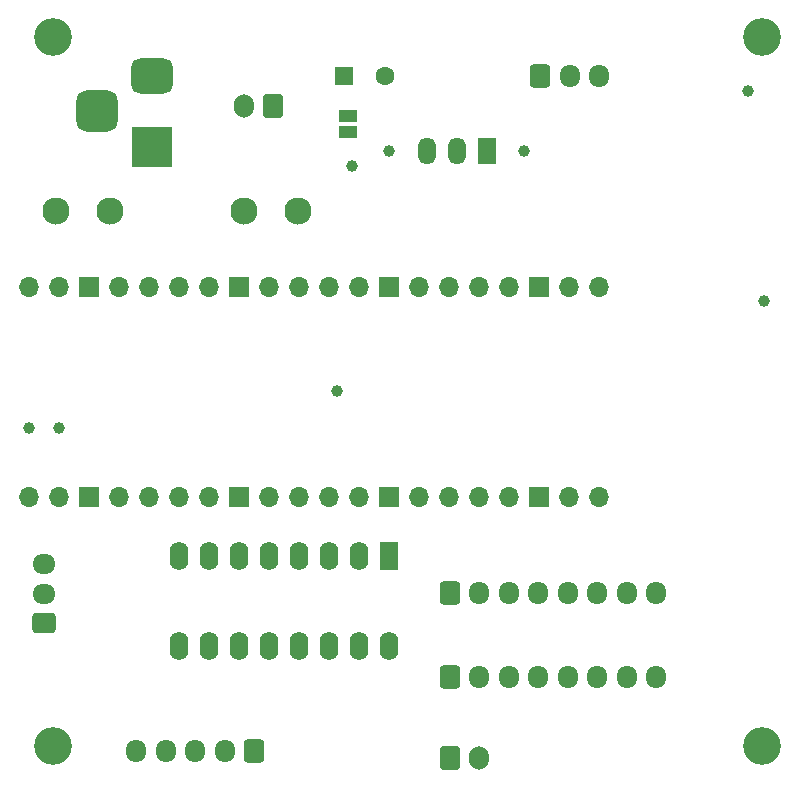
<source format=gbr>
%TF.GenerationSoftware,KiCad,Pcbnew,8.0.1*%
%TF.CreationDate,2024-09-11T09:05:04+09:00*%
%TF.ProjectId,raspcat,72617370-6361-4742-9e6b-696361645f70,rev?*%
%TF.SameCoordinates,Original*%
%TF.FileFunction,Soldermask,Bot*%
%TF.FilePolarity,Negative*%
%FSLAX46Y46*%
G04 Gerber Fmt 4.6, Leading zero omitted, Abs format (unit mm)*
G04 Created by KiCad (PCBNEW 8.0.1) date 2024-09-11 09:05:04*
%MOMM*%
%LPD*%
G01*
G04 APERTURE LIST*
G04 Aperture macros list*
%AMRoundRect*
0 Rectangle with rounded corners*
0 $1 Rounding radius*
0 $2 $3 $4 $5 $6 $7 $8 $9 X,Y pos of 4 corners*
0 Add a 4 corners polygon primitive as box body*
4,1,4,$2,$3,$4,$5,$6,$7,$8,$9,$2,$3,0*
0 Add four circle primitives for the rounded corners*
1,1,$1+$1,$2,$3*
1,1,$1+$1,$4,$5*
1,1,$1+$1,$6,$7*
1,1,$1+$1,$8,$9*
0 Add four rect primitives between the rounded corners*
20,1,$1+$1,$2,$3,$4,$5,0*
20,1,$1+$1,$4,$5,$6,$7,0*
20,1,$1+$1,$6,$7,$8,$9,0*
20,1,$1+$1,$8,$9,$2,$3,0*%
G04 Aperture macros list end*
%ADD10R,3.500000X3.500000*%
%ADD11RoundRect,0.750000X-1.000000X0.750000X-1.000000X-0.750000X1.000000X-0.750000X1.000000X0.750000X0*%
%ADD12RoundRect,0.875000X-0.875000X0.875000X-0.875000X-0.875000X0.875000X-0.875000X0.875000X0.875000X0*%
%ADD13RoundRect,0.250000X0.600000X0.750000X-0.600000X0.750000X-0.600000X-0.750000X0.600000X-0.750000X0*%
%ADD14O,1.700000X2.000000*%
%ADD15RoundRect,0.250000X0.600000X0.725000X-0.600000X0.725000X-0.600000X-0.725000X0.600000X-0.725000X0*%
%ADD16O,1.700000X1.950000*%
%ADD17RoundRect,0.250000X0.725000X-0.600000X0.725000X0.600000X-0.725000X0.600000X-0.725000X-0.600000X0*%
%ADD18O,1.950000X1.700000*%
%ADD19R,1.500000X2.300000*%
%ADD20O,1.500000X2.300000*%
%ADD21C,3.200000*%
%ADD22RoundRect,0.250000X-0.600000X-0.725000X0.600000X-0.725000X0.600000X0.725000X-0.600000X0.725000X0*%
%ADD23R,1.600000X1.600000*%
%ADD24C,1.600000*%
%ADD25C,2.300000*%
%ADD26R,1.600000X2.400000*%
%ADD27O,1.600000X2.400000*%
%ADD28O,1.700000X1.700000*%
%ADD29R,1.700000X1.700000*%
%ADD30RoundRect,0.250000X-0.600000X-0.750000X0.600000X-0.750000X0.600000X0.750000X-0.600000X0.750000X0*%
%ADD31C,1.000000*%
%ADD32R,1.500000X1.000000*%
G04 APERTURE END LIST*
D10*
%TO.C,J1*%
X13365000Y55740000D03*
D11*
X13365000Y61740000D03*
D12*
X8665000Y58740000D03*
%TD*%
D13*
%TO.C,J2*%
X23611000Y59200000D03*
D14*
X21111000Y59200000D03*
%TD*%
D15*
%TO.C,J9*%
X22000000Y4590000D03*
D16*
X19500000Y4590000D03*
X17000000Y4590000D03*
X14500000Y4590000D03*
X12000000Y4590000D03*
%TD*%
D17*
%TO.C,J5*%
X4220000Y15385000D03*
D18*
X4220000Y17885000D03*
X4220000Y20385000D03*
%TD*%
D19*
%TO.C,U1*%
X41685000Y55390000D03*
D20*
X39145000Y55390000D03*
X36605000Y55390000D03*
%TD*%
D21*
%TO.C,H3*%
X65000000Y5000000D03*
%TD*%
%TO.C,H4*%
X65000000Y65000000D03*
%TD*%
%TO.C,H1*%
X5000000Y5000000D03*
%TD*%
%TO.C,H2*%
X5000000Y65000000D03*
%TD*%
D22*
%TO.C,J4*%
X38550000Y17925000D03*
D16*
X41050000Y17925000D03*
X43550000Y17925000D03*
X46050000Y17925000D03*
X48550000Y17925000D03*
X51050000Y17925000D03*
X53550000Y17925000D03*
X56050000Y17925000D03*
%TD*%
D22*
%TO.C,J3*%
X38550000Y10830000D03*
D16*
X41050000Y10830000D03*
X43550000Y10830000D03*
X46050000Y10830000D03*
X48550000Y10830000D03*
X51050000Y10830000D03*
X53550000Y10830000D03*
X56050000Y10830000D03*
%TD*%
D23*
%TO.C,C1*%
X29620000Y61740000D03*
D24*
X33120000Y61740000D03*
%TD*%
D25*
%TO.C,F1*%
X5211000Y50310000D03*
X9811000Y50310000D03*
X21111000Y50310000D03*
X25711000Y50310000D03*
%TD*%
D26*
%TO.C,U5*%
X33430000Y21100000D03*
D27*
X30890000Y21100000D03*
X28350000Y21100000D03*
X25810000Y21100000D03*
X23270000Y21100000D03*
X20730000Y21100000D03*
X18190000Y21100000D03*
X15650000Y21100000D03*
X15650000Y13480000D03*
X18190000Y13480000D03*
X20730000Y13480000D03*
X23270000Y13480000D03*
X25810000Y13480000D03*
X28350000Y13480000D03*
X30890000Y13480000D03*
X33430000Y13480000D03*
%TD*%
D28*
%TO.C,U2*%
X2950000Y26110000D03*
X5490000Y26110000D03*
D29*
X8030000Y26110000D03*
D28*
X10570000Y26110000D03*
X13110000Y26110000D03*
X15650000Y26110000D03*
X18190000Y26110000D03*
D29*
X20730000Y26110000D03*
D28*
X23270000Y26110000D03*
X25810000Y26110000D03*
X28350000Y26110000D03*
X30890000Y26110000D03*
D29*
X33430000Y26110000D03*
D28*
X35970000Y26110000D03*
X38510000Y26110000D03*
X41050000Y26110000D03*
X43590000Y26110000D03*
D29*
X46130000Y26110000D03*
D28*
X48670000Y26110000D03*
X51210000Y26110000D03*
X51210000Y43890000D03*
X48670000Y43890000D03*
D29*
X46130000Y43890000D03*
D28*
X43590000Y43890000D03*
X41050000Y43890000D03*
X38510000Y43890000D03*
X35970000Y43890000D03*
D29*
X33430000Y43890000D03*
D28*
X30890000Y43890000D03*
X28350000Y43890000D03*
X25810000Y43890000D03*
X23270000Y43890000D03*
D29*
X20730000Y43890000D03*
D28*
X18190000Y43890000D03*
X15650000Y43890000D03*
X13110000Y43890000D03*
X10570000Y43890000D03*
D29*
X8030000Y43890000D03*
D28*
X5490000Y43890000D03*
X2950000Y43890000D03*
%TD*%
D22*
%TO.C,J8*%
X46210000Y61740000D03*
D16*
X48710000Y61740000D03*
X51210000Y61740000D03*
%TD*%
D30*
%TO.C,J6*%
X38550000Y3955000D03*
D14*
X41050000Y3955000D03*
%TD*%
D31*
%TO.C,TP1*%
X44860000Y55390000D03*
%TD*%
%TO.C,TP8*%
X2950000Y31895000D03*
%TD*%
%TO.C,TP3*%
X30255000Y54120000D03*
%TD*%
%TO.C,TP7*%
X5490000Y31895000D03*
%TD*%
%TO.C,TP6*%
X63829000Y60470000D03*
%TD*%
%TO.C,TP4*%
X65180000Y42690000D03*
%TD*%
D32*
%TO.C,JP1*%
X29930000Y58311000D03*
X29930000Y57011000D03*
%TD*%
D31*
%TO.C,TP9*%
X28985000Y35070000D03*
%TD*%
%TO.C,TP2*%
X33430000Y55390000D03*
%TD*%
M02*

</source>
